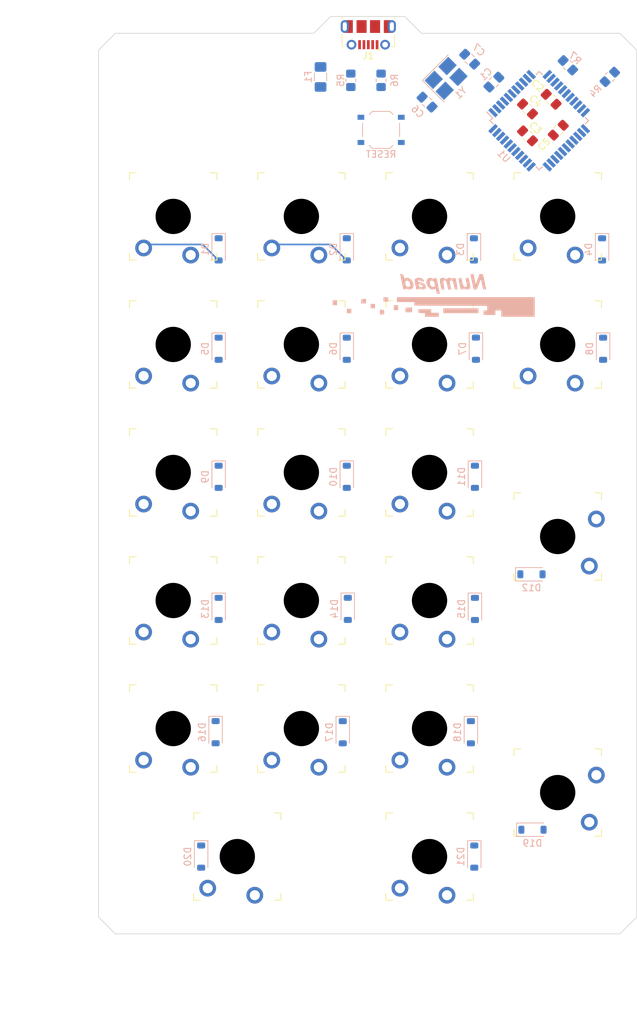
<source format=kicad_pcb>
(kicad_pcb (version 20221018) (generator pcbnew)
  (layers (0 "F.Cu" signal) (31 "B.Cu" signal) (34 "B.Paste" user) (35 "F.Paste" user) (36 "B.SilkS" user "B.Silkscreen") (37 "F.SilkS" user "F.Silkscreen") (38 "B.Mask" user) (39 "F.Mask" user) (44 "Edge.Cuts" user))
  (net 0 "")
  (net 1 "Net-(D3-A)")
  (net 2 "col2")
  (net 3 "Net-(D4-A)")
  (net 4 "row0")
  (net 5 "Net-(D2-A)")
  (net 6 "col1")
  (net 7 "Net-(D1-A)")
  (net 8 "col0")
  (net 9 "Net-(D17-A)")
  (net 10 "row4")
  (net 11 "Net-(D5-A)")
  (net 12 "Net-(D6-A)")
  (net 13 "Net-(D7-A)")
  (net 14 "row1")
  (net 15 "Net-(D8-A)")
  (net 16 "Net-(D9-A)")
  (net 17 "Net-(D10-A)")
  (net 18 "row2")
  (net 19 "Net-(D11-A)")
  (net 20 "Net-(D12-A)")
  (net 21 "Net-(D13-A)")
  (net 22 "row3")
  (net 23 "Net-(D14-A)")
  (net 24 "Net-(D15-A)")
  (net 25 "Net-(D16-A)")
  (net 26 "Net-(D18-A)")
  (net 27 "Net-(D19-A)")
  (net 28 "row5")
  (net 29 "Net-(D20-A)")
  (net 30 "Net-(D21-A)")
  (net 31 "Net-(U1-~{RESET})")
  (net 32 "VCC")
  (net 33 "D-")
  (net 34 "Net-(U1-D-)")
  (net 35 "D+")
  (net 36 "Net-(U1-D+)")
  (net 37 "Net-(U1-~{HWB}{slash}PE2)")
  (net 38 "GND")
  (net 40 "Net-(U1-UCAP)")
  (net 46 "Net-(U1-XTAL2)")
  (net 47 "Net-(U1-XTAL1)")
  (net 48 "row6")
  (net 59 "Net-(J1-VBUS)")
  (footprint "key-switches:SW_Gateron_LowProfile_THT" (layer "F.Cu") (at 57.15 95.25)
    (fp_text reference "SW6" hide)
    (fp_text value "SW_Push" hide)
    (pad "" np_thru_hole circle (at 0 0 180) (size 5.25 5.25) (drill 5.25) (layers "*.Mask"))
    (pad "1" thru_hole circle (at -4.4 4.7 180) (size 2.5 2.5) (drill 1.5) (layers "*.Cu" "B.Mask") (net 12 "Net-(D6-A)"))
    (pad "2" thru_hole circle (at 2.6 5.75 180) (size 2.5 2.5) (drill 1.5) (layers "*.Cu" "B.Mask") (net 4 "row0"))
  )
  (footprint "key-switches:SW_Gateron_LowProfile_THT" (layer "F.Cu") (at 76.2 76.2)
    (fp_text reference "SW3" hide)
    (fp_text value "SW_Push" hide)
    (pad "" np_thru_hole circle (at 0 0 180) (size 5.25 5.25) (drill 5.25) (layers "*.Mask"))
    (pad "1" thru_hole circle (at -4.4 4.7 180) (size 2.5 2.5) (drill 1.5) (layers "*.Cu" "B.Mask") (net 1 "Net-(D3-A)"))
    (pad "2" thru_hole circle (at 2.6 5.75 180) (size 2.5 2.5) (drill 1.5) (layers "*.Cu" "B.Mask") (net 2 "col2"))
  )
  (footprint "key-switches:SW_Gateron_LowProfile_THT" (layer "F.Cu") (at 38.1 114.3)
    (fp_text reference "SW9" hide)
    (fp_text value "SW_Push" hide)
    (pad "" np_thru_hole circle (at 0 0 180) (size 5.25 5.25) (drill 5.25) (layers "*.Mask"))
    (pad "1" thru_hole circle (at -4.4 4.7 180) (size 2.5 2.5) (drill 1.5) (layers "*.Cu" "B.Mask") (net 16 "Net-(D9-A)"))
    (pad "2" thru_hole circle (at 2.6 5.75 180) (size 2.5 2.5) (drill 1.5) (layers "*.Cu" "B.Mask") (net 14 "row1"))
  )
  (footprint "key-switches:SW_Gateron_LowProfile_THT" (layer "F.Cu") (at 57.15 114.3)
    (fp_text reference "SW10" hide)
    (fp_text value "SW_Push" hide)
    (pad "" np_thru_hole circle (at 0 0 180) (size 5.25 5.25) (drill 5.25) (layers "*.Mask"))
    (pad "1" thru_hole circle (at -4.4 4.7 180) (size 2.5 2.5) (drill 1.5) (layers "*.Cu" "B.Mask") (net 17 "Net-(D10-A)"))
    (pad "2" thru_hole circle (at 2.6 5.75 180) (size 2.5 2.5) (drill 1.5) (layers "*.Cu" "B.Mask") (net 18 "row2"))
  )
  (footprint "key-switches:SW_Gateron_LowProfile_THT" (layer "F.Cu") (at 38.1 76.2)
    (fp_text reference "SW1" hide)
    (fp_text value "SW_Push" hide)
    (pad "" np_thru_hole circle (at 0 0 180) (size 5.25 5.25) (drill 5.25) (layers "*.Mask"))
    (pad "1" thru_hole circle (at -4.4 4.7 180) (size 2.5 2.5) (drill 1.5) (layers "*.Cu" "B.Mask") (net 7 "Net-(D1-A)"))
    (pad "2" thru_hole circle (at 2.6 5.75 180) (size 2.5 2.5) (drill 1.5) (layers "*.Cu" "B.Mask") (net 8 "col0"))
  )
  (footprint "key-switches:SW_Gateron_LowProfile_THT" (layer "F.Cu") (at 76.2 171.45)
    (fp_text reference "SW21" hide)
    (fp_text value "SW_Push" hide)
    (pad "" np_thru_hole circle (at 0 0 180) (size 5.25 5.25) (drill 5.25) (layers "*.Mask"))
    (pad "1" thru_hole circle (at -4.4 4.7 180) (size 2.5 2.5) (drill 1.5) (layers "*.Cu" "B.Mask") (net 30 "Net-(D21-A)"))
    (pad "2" thru_hole circle (at 2.6 5.75 180) (size 2.5 2.5) (drill 1.5) (layers "*.Cu" "B.Mask") (net 28 "row5"))
  )
  (footprint "key-switches:SW_Gateron_LowProfile_THT" (layer "F.Cu") (at 76.2 95.25)
    (fp_text reference "SW7" hide)
    (fp_text value "SW_Push" hide)
    (pad "" np_thru_hole circle (at 0 0 180) (size 5.25 5.25) (drill 5.25) (layers "*.Mask"))
    (pad "1" thru_hole circle (at -4.4 4.7 180) (size 2.5 2.5) (drill 1.5) (layers "*.Cu" "B.Mask") (net 13 "Net-(D7-A)"))
    (pad "2" thru_hole circle (at 2.6 5.75 180) (size 2.5 2.5) (drill 1.5) (layers "*.Cu" "B.Mask") (net 14 "row1"))
  )
  (footprint "key-switches:SW_Gateron_LowProfile_THT" (layer "F.Cu") (at 76.2 152.4)
    (fp_text reference "SW18" hide)
    (fp_text value "SW_Push" hide)
    (pad "" np_thru_hole circle (at 0 0 180) (size 5.25 5.25) (drill 5.25) (layers "*.Mask"))
    (pad "1" thru_hole circle (at -4.4 4.7 180) (size 2.5 2.5) (drill 1.5) (layers "*.Cu" "B.Mask") (net 26 "Net-(D18-A)"))
    (pad "2" thru_hole circle (at 2.6 5.75 180) (size 2.5 2.5) (drill 1.5) (layers "*.Cu" "B.Mask") (net 10 "row4"))
  )
  (footprint "key-switches:SW_Gateron_LowProfile_THT" (layer "F.Cu") (at 95.25 95.25)
    (fp_text reference "SW8" hide)
    (fp_text value "SW_Push" hide)
    (pad "" np_thru_hole circle (at 0 0 180) (size 5.25 5.25) (drill 5.25) (layers "*.Mask"))
    (pad "1" thru_hole circle (at -4.4 4.7 180) (size 2.5 2.5) (drill 1.5) (layers "*.Cu" "B.Mask") (net 15 "Net-(D8-A)"))
    (pad "2" thru_hole circle (at 2.6 5.75 180) (size 2.5 2.5) (drill 1.5) (layers "*.Cu" "B.Mask") (net 14 "row1"))
  )
  (footprint "Capacitor_SMD:C_0805_2012Metric_Pad1.18x1.45mm_HandSolder" (layer "F.Cu") (at 90.766377 64.216377 -45)
    (fp_text reference "C3" (at 0 -1.68 135) (layer "F.SilkS"))
    (fp_text value "0.1uF")
    (pad "1" smd roundrect (at -1.0375 0 315) (size 1.175 1.45) (layers "F.Cu" "F.Paste" "F.Mask") (roundrect_rratio 0.212766) (net 32 "VCC"))
    (pad "2" smd roundrect (at 1.0375 0 315) (size 1.175 1.45) (layers "F.Cu" "F.Paste" "F.Mask") (roundrect_rratio 0.212766) (net 38 "GND"))
  )
  (footprint "key-switches:SW_Gateron_LowProfile_THT" (layer "F.Cu") (at 38.1 95.25)
    (fp_text reference "SW5" hide)
    (fp_text value "SW_Push" hide)
    (pad "" np_thru_hole circle (at 0 0 180) (size 5.25 5.25) (drill 5.25) (layers "*.Mask"))
    (pad "1" thru_hole circle (at -4.4 4.7 180) (size 2.5 2.5) (drill 1.5) (layers "*.Cu" "B.Mask") (net 11 "Net-(D5-A)"))
    (pad "2" thru_hole circle (at 2.6 5.75 180) (size 2.5 2.5) (drill 1.5) (layers "*.Cu" "B.Mask") (net 4 "row0"))
  )
  (footprint "key-switches:SW_Gateron_LowProfile_THT" (layer "F.Cu") (at 95.25 76.2)
    (fp_text reference "SW4" hide)
    (fp_text value "SW_Push" hide)
    (pad "" np_thru_hole circle (at 0 0 180) (size 5.25 5.25) (drill 5.25) (layers "*.Mask"))
    (pad "1" thru_hole circle (at -4.4 4.7 180) (size 2.5 2.5) (drill 1.5) (layers "*.Cu" "B.Mask") (net 3 "Net-(D4-A)"))
    (pad "2" thru_hole circle (at 2.6 5.75 180) (size 2.5 2.5) (drill 1.5) (layers "*.Cu" "B.Mask") (net 4 "row0"))
  )
  (footprint "key-switches:SW_Gateron_LowProfile_THT" (layer "F.Cu") (at 95.25 161.925 90)
    (fp_text reference "SW19" hide)
    (fp_text value "SW_Push" hide)
    (pad "" np_thru_hole circle (at 0 0 270) (size 5.25 5.25) (drill 5.25) (layers "*.Mask"))
    (pad "1" thru_hole circle (at -4.4 4.7 270) (size 2.5 2.5) (drill 1.5) (layers "*.Cu" "B.Mask") (net 27 "Net-(D19-A)"))
    (pad "2" thru_hole circle (at 2.6 5.75 270) (size 2.5 2.5) (drill 1.5) (layers "*.Cu" "B.Mask") (net 28 "row5"))
  )
  (footprint "key-switches:SW_Gateron_LowProfile_THT" (layer "F.Cu") (at 38.1 152.4)
    (fp_text reference "SW16" hide)
    (fp_text value "SW_Push" hide)
    (pad "" np_thru_hole circle (at 0 0 180) (size 5.25 5.25) (drill 5.25) (layers "*.Mask"))
    (pad "1" thru_hole circle (at -4.4 4.7 180) (size 2.5 2.5) (drill 1.5) (layers "*.Cu" "B.Mask") (net 25 "Net-(D16-A)"))
    (pad "2" thru_hole circle (at 2.6 5.75 180) (size 2.5 2.5) (drill 1.5) (layers "*.Cu" "B.Mask") (net 10 "row4"))
  )
  (footprint "Capacitor_SMD:C_0805_2012Metric_Pad1.18x1.45mm_HandSolder" (layer "F.Cu") (at 94.275394 58.775647 -45)
    (fp_text reference "C2" (at -2.876713 -0.035534 135) (layer "F.SilkS"))
    (fp_text value "0.1uF")
    (pad "1" smd roundrect (at -1.0375 0 315) (size 1.175 1.45) (layers "F.Cu" "F.Paste" "F.Mask") (roundrect_rratio 0.212766) (net 32 "VCC"))
    (pad "2" smd roundrect (at 1.0375 0 315) (size 1.175 1.45) (layers "F.Cu" "F.Paste" "F.Mask") (roundrect_rratio 0.212766) (net 38 "GND"))
  )
  (footprint "key-switches:SW_Gateron_LowProfile_THT" (layer "F.Cu") (at 38.1 133.35)
    (fp_text reference "SW13" hide)
    (fp_text value "SW_Push" hide)
    (pad "" np_thru_hole circle (at 0 0 180) (size 5.25 5.25) (drill 5.25) (layers "*.Mask"))
    (pad "1" thru_hole circle (at -4.4 4.7 180) (size 2.5 2.5) (drill 1.5) (layers "*.Cu" "B.Mask") (net 21 "Net-(D13-A)"))
    (pad "2" thru_hole circle (at 2.6 5.75 180) (size 2.5 2.5) (drill 1.5) (layers "*.Cu" "B.Mask") (net 22 "row3"))
  )
  (footprint "key-switches:SW_Gateron_LowProfile_THT" (layer "F.Cu") (at 57.15 152.4)
    (fp_text reference "SW17" hide)
    (fp_text value "SW_Push" hide)
    (pad "" np_thru_hole circle (at 0 0 180) (size 5.25 5.25) (drill 5.25) (layers "*.Mask"))
    (pad "1" thru_hole circle (at -4.4 4.7 180) (size 2.5 2.5) (drill 1.5) (layers "*.Cu" "B.Mask") (net 9 "Net-(D17-A)"))
    (pad "2" thru_hole circle (at 2.6 5.75 180) (size 2.5 2.5) (drill 1.5) (layers "*.Cu" "B.Mask") (net 10 "row4"))
  )
  (footprint "key-switches:SW_Gateron_LowProfile_THT" (layer "F.Cu") (at 76.2 133.35)
    (fp_text reference "SW15" hide)
    (fp_text value "SW_Push" hide)
    (pad "" np_thru_hole circle (at 0 0 180) (size 5.25 5.25) (drill 5.25) (layers "*.Mask"))
    (pad "1" thru_hole circle (at -4.4 4.7 180) (size 2.5 2.5) (drill 1.5) (layers "*.Cu" "B.Mask") (net 24 "Net-(D15-A)"))
    (pad "2" thru_hole circle (at 2.6 5.75 180) (size 2.5 2.5) (drill 1.5) (layers "*.Cu" "B.Mask") (net 22 "row3"))
  )
  (footprint "key-switches:SW_Gateron_LowProfile_THT" (layer "F.Cu") (at 47.625 171.45)
    (fp_text reference "SW20" hide)
    (fp_text value "SW_Push" hide)
    (pad "" np_thru_hole circle (at 0 0 180) (size 5.25 5.25) (drill 5.25) (layers "*.Mask"))
    (pad "1" thru_hole circle (at -4.4 4.7 180) (size 2.5 2.5) (drill 1.5) (layers "*.Cu" "B.Mask") (net 29 "Net-(D20-A)"))
    (pad "2" thru_hole circle (at 2.6 5.75 180) (size 2.5 2.5) (drill 1.5) (layers "*.Cu" "B.Mask") (net 28 "row5"))
  )
  (footprint "key-switches:SW_Gateron_LowProfile_THT" (layer "F.Cu") (at 76.2 114.3)
    (fp_text reference "SW11" hide)
    (fp_text value "SW_Push" hide)
    (pad "" np_thru_hole circle (at 0 0 180) (size 5.25 5.25) (drill 5.25) (layers "*.Mask"))
    (pad "1" thru_hole circle (at -4.4 4.7 180) (size 2.5 2.5) (drill 1.5) (layers "*.Cu" "B.Mask") (net 19 "Net-(D11-A)"))
    (pad "2" thru_hole circle (at 2.6 5.75 180) (size 2.5 2.5) (drill 1.5) (layers "*.Cu" "B.Mask") (net 18 "row2"))
  )
  (footprint "key-switches:SW_Gateron_LowProfile_THT" (layer "F.Cu") (at 57.15 76.2)
    (fp_text reference "SW2" hide)
    (fp_text value "SW_Push" hide)
    (pad "" np_thru_hole circle (at 0 0 180) (size 5.25 5.25) (drill 5.25) (layers "*.Mask"))
    (pad "1" thru_hole circle (at -4.4 4.7 180) (size 2.5 2.5) (drill 1.5) (layers "*.Cu" "B.Mask") (net 5 "Net-(D2-A)"))
    (pad "2" thru_hole circle (at 2.6 5.75 180) (size 2.5 2.5) (drill 1.5) (layers "*.Cu" "B.Mask") (net 6 "col1"))
  )
  (footprint "Capacitor_SMD:C_0805_2012Metric_Pad1.18x1.45mm_HandSolder" (layer "F.Cu") (at 95.336055 63.371842 -135)
    (fp_text reference "C5" (at 3 0 45) (layer "F.SilkS"))
    (fp_text value "10uF")
    (pad "1" smd roundrect (at -1.0375 0 225) (size 1.175 1.45) (layers "F.Cu" "F.Paste" "F.Mask") (roundrect_rratio 0.212766) (net 32 "VCC"))
    (pad "2" smd roundrect (at 1.0375 0 225) (size 1.175 1.45) (layers "F.Cu" "F.Paste" "F.Mask") (roundrect_rratio 0.212766) (net 38 "GND"))
  )
  (footprint "Capacitor_SMD:C_0805_2012Metric_Pad1.18x1.45mm_HandSolder" (layer "F.Cu") (at 90.766377 60.216377 -45)
    (fp_text reference "C4" (at 0 -1.68 135) (layer "F.SilkS"))
    (fp_text value "0.1uF")
    (pad "1" smd roundrect (at -1.0375 0 315) (size 1.175 1.45) (layers "F.Cu" "F.Paste" "F.Mask") (roundrect_rratio 0.212766) (net 32 "VCC"))
    (pad "2" smd roundrect (at 1.0375 0 315) (size 1.175 1.45) (layers "F.Cu" "F.Paste" "F.Mask") (roundrect_rratio 0.212766) (net 38 "GND"))
  )
  (footprint "key-switches:SW_Gateron_LowProfile_THT" (layer "F.Cu") (at 95.25 123.825 90)
    (fp_text reference "SW12" hide)
    (fp_text value "SW_Push" hide)
    (pad "" np_thru_hole circle (at 0 0 270) (size 5.25 5.25) (drill 5.25) (layers "*.Mask"))
    (pad "1" thru_hole circle (at -4.4 4.7 270) (size 2.5 2.5) (drill 1.5) (layers "*.Cu" "B.Mask") (net 20 "Net-(D12-A)"))
    (pad "2" thru_hole circle (at 2.6 5.75 270) (size 2.5 2.5) (drill 1.5) (layers "*.Cu" "B.Mask") (net 18 "row2"))
  )
  (footprint "Connector_USB:USB_Micro-B_Molex-105017-0001" (layer "F.Cu") (at 67.1 49.1875 180)
    (fp_text reference "J1" (at 0 -3.1125) (layer "F.SilkS"))
    (fp_text value "USB_B_Micro")
    (pad "1" smd rect (at -1.3 -1.4625 180) (size 0.4 1.35) (layers "F.Cu" "F.Paste" "F.Mask") (net 59 "Net-(J1-VBUS)"))
    (pad "2" smd rect (at -0.65 -1.4625 180) (size 0.4 1.35) (layers "F.Cu" "F.Paste" "F.Mask") (net 33 "D-"))
    (pad "3" smd rect (at 0 -1.4625 180) (size 0.4 1.35) (layers "F.Cu" "F.Paste" "F.Mask") (net 35 "D+"))
    (pad "4" smd rect (at 0.65 -1.4625 180) (size 0.4 1.35) (layers "F.Cu" "F.Paste" "F.Mask"))
    (pad "5" smd rect (at 1.3 -1.4625 180) (size 0.4 1.35) (layers "F.Cu" "F.Paste" "F.Mask") (net 38 "GND"))
    (pad "6" thru_hole oval (at -3.5 1.2375) (size 1.2 1.9) (drill oval 0.6 1.3) (layers "*.Cu" "*.Mask") (net 38 "GND"))
    (pad "6" smd rect (at -2.9 1.2375 180) (size 1.2 1.9) (layers "F.Cu" "F.Mask") (net 38 "GND"))
    (pad "6" thru_hole circle (at -2.5 -1.4625 180) (size 1.45 1.45) (drill 0.85) (layers "*.Cu" "*.Mask") (net 38 "GND"))
    (pad "6" smd rect (at -1 1.2375 180) (size 1.5 1.9) (layers "F.Cu" "F.Paste" "F.Mask") (net 38 "GND"))
    (pad "6" smd rect (at 1 1.2375 180) (size 1.5 1.9) (layers "F.Cu" "F.Paste" "F.Mask") (net 38 "GND"))
    (pad "6" thru_hole circle (at 2.5 -1.4625 180) (size 1.45 1.45) (drill 0.85) (layers "*.Cu" "*.Mask") (net 38 "GND"))
    (pad "6" smd rect (at 2.9 1.2375 180) (size 1.2 1.9) (layers "F.Cu" "F.Mask") (net 38 "GND"))
    (pad "6" thru_hole oval (at 3.5 1.2375 180) (size 1.2 1.9) (drill oval 0.6 1.3) (layers "*.Cu" "*.Mask") (net 38 "GND"))
  )
  (footprint "key-switches:SW_Gateron_LowProfile_THT" (layer "F.Cu") (at 57.15 133.35)
    (fp_text reference "SW14" hide)
    (fp_text value "SW_Push" hide)
    (pad "" np_thru_hole circle (at 0 0 180) (size 5.25 5.25) (drill 5.25) (layers "*.Mask"))
    (pad "1" thru_hole circle (at -4.4 4.7 180) (size 2.5 2.5) (drill 1.5) (layers "*.Cu" "B.Mask") (net 23 "Net-(D14-A)"))
    (pad "2" thru_hole circle (at 2.6 5.75 180) (size 2.5 2.5) (drill 1.5) (layers "*.Cu" "B.Mask") (net 22 "row3"))
  )
  (footprint "Diode_SMD:D_SOD-123" (layer "B.Cu") (at 82.85 171.45 -90)
    (fp_text reference "D21" (at 0 2 90) (layer "B.SilkS") (effects (justify mirror)))
    (fp_text value "1N4148")
    (pad "1" smd roundrect (at -1.65 0 270) (size 0.9 1.2) (layers "B.Cu" "B.Paste" "B.Mask") (net 48 "row6"))
    (pad "2" smd roundrect (at 1.65 0 270) (size 0.9 1.2) (layers "B.Cu" "B.Paste" "B.Mask") (net 30 "Net-(D21-A)"))
  )
  (footprint "Diode_SMD:D_SOD-123" (layer "B.Cu") (at 42.25 171.45 -90)
    (fp_text reference "D20" (at 0 2 90) (layer "B.SilkS") (effects (justify mirror)))
    (fp_text value "1N4148")
    (pad "1" smd roundrect (at -1.65 0 270) (size 0.9 1.2) (layers "B.Cu" "B.Paste" "B.Mask") (net 48 "row6"))
    (pad "2" smd roundrect (at 1.65 0 270) (size 0.9 1.2) (layers "B.Cu" "B.Paste" "B.Mask") (net 29 "Net-(D20-A)"))
  )
  (footprint "Package_QFP:TQFP-44_10x10mm_P0.8mm" (layer "B.Cu") (at 92.507627 61.957627 -45)
    (fp_text reference "U1" (at 0 7.450001 135) (layer "B.SilkS") (effects (justify mirror)))
    (fp_text value "ATmega32U4-A")
    (pad "1" smd rect (at -5.7 4 315) (size 1.5 0.55) (layers "B.Cu" "B.Paste" "B.Mask"))
    (pad "2" smd rect (at -5.7 3.2 315) (size 1.5 0.55) (layers "B.Cu" "B.Paste" "B.Mask") (net 32 "VCC"))
    (pad "3" smd rect (at -5.7 2.4 315) (size 1.5 0.55) (layers "B.Cu" "B.Paste" "B.Mask") (net 34 "Net-(U1-D-)"))
    (pad "4" smd rect (at -5.7 1.6 315) (size 1.5 0.55) (layers "B.Cu" "B.Paste" "B.Mask") (net 36 "Net-(U1-D+)"))
    (pad "5" smd rect (at -5.7 0.8 315) (size 1.5 0.55) (layers "B.Cu" "B.Paste" "B.Mask") (net 38 "GND"))
    (pad "6" smd rect (at -5.7 0 315) (size 1.5 0.55) (layers "B.Cu" "B.Paste" "B.Mask") (net 40 "Net-(U1-UCAP)"))
    (pad "7" smd rect (at -5.7 -0.8 315) (size 1.5 0.55) (layers "B.Cu" "B.Paste" "B.Mask") (net 32 "VCC"))
    (pad "8" smd rect (at -5.7 -1.6 315) (size 1.5 0.55) (layers "B.Cu" "B.Paste" "B.Mask"))
    (pad "9" smd rect (at -5.7 -2.4 315) (size 1.5 0.55) (layers "B.Cu" "B.Paste" "B.Mask"))
    (pad "10" smd rect (at -5.7 -3.2 315) (size 1.5 0.55) (layers "B.Cu" "B.Paste" "B.Mask"))
    (pad "11" smd rect (at -5.7 -4 315) (size 1.5 0.55) (layers "B.Cu" "B.Paste" "B.Mask"))
    (pad "12" smd rect (at -4 -5.7 225) (size 1.5 0.55) (layers "B.Cu" "B.Paste" "B.Mask"))
    (pad "13" smd rect (at -3.2 -5.7 225) (size 1.5 0.55) (layers "B.Cu" "B.Paste" "B.Mask") (net 31 "Net-(U1-~{RESET})"))
    (pad "14" smd rect (at -2.4 -5.7 225) (size 1.5 0.55) (layers "B.Cu" "B.Paste" "B.Mask") (net 32 "VCC"))
    (pad "15" smd rect (at -1.6 -5.7 225) (size 1.5 0.55) (layers "B.Cu" "B.Paste" "B.Mask") (net 38 "GND"))
    (pad "16" smd rect (at -0.8 -5.7 225) (size 1.5 0.55) (layers "B.Cu" "B.Paste" "B.Mask") (net 46 "Net-(U1-XTAL2)"))
    (pad "17" smd rect (at 0 -5.7 225) (size 1.5 0.55) (layers "B.Cu" "B.Paste" "B.Mask") (net 47 "Net-(U1-XTAL1)"))
    (pad "18" smd rect (at 0.8 -5.7 225) (size 1.5 0.55) (layers "B.Cu" "B.Paste" "B.Mask") (net 4 "row0"))
    (pad "19" smd rect (at 1.6 -5.7 225) (size 1.5 0.55) (layers "B.Cu" "B.Paste" "B.Mask") (net 14 "row1"))
    (pad "20" smd rect (at 2.4 -5.7 225) (size 1.5 0.55) (layers "B.Cu" "B.Paste" "B.Mask") (net 18 "row2"))
    (pad "21" smd rect (at 3.2 -5.7 225) (size 1.5 0.55) (layers "B.Cu" "B.Paste" "B.Mask") (net 22 "row3"))
    (pad "22" smd rect (at 4 -5.7 225) (size 1.5 0.55) (layers "B.Cu" "B.Paste" "B.Mask") (net 28 "row5"))
    (pad "23" smd rect (at 5.7 -4 315) (size 1.5 0.55) (layers "B.Cu" "B.Paste" "B.Mask") (net 38 "GND"))
    (pad "24" smd rect (at 5.7 -3.2 315) (size 1.5 0.55) (layers "B.Cu" "B.Paste" "B.Mask") (net 32 "VCC"))
    (pad "25" smd rect (at 5.7 -2.4 315) (size 1.5 0.55) (layers "B.Cu" "B.Paste" "B.Mask") (net 10 "row4"))
    (pad "26" smd rect (at 5.7 -1.6 315) (size 1.5 0.55) (layers "B.Cu" "B.Paste" "B.Mask") (net 48 "row6"))
    (pad "27" smd rect (at 5.7 -0.8 315) (size 1.5 0.55) (layers "B.Cu" "B.Paste" "B.Mask"))
    (pad "28" smd rect (at 5.7 0 315) (size 1.5 0.55) (layers "B.Cu" "B.Paste" "B.Mask"))
    (pad "29" smd rect (at 5.7 0.8 315) (size 1.5 0.55) (layers "B.Cu" "B.Paste" "B.Mask"))
    (pad "30" smd rect (at 5.7 1.6 315) (size 1.5 0.55) (layers "B.Cu" "B.Paste" "B.Mask"))
    (pad "31" smd rect (at 5.7 2.4 315) (size 1.5 0.55) (layers "B.Cu" "B.Paste" "B.Mask"))
    (pad "32" smd rect (at 5.7 3.2 315) (size 1.5 0.55) (layers "B.Cu" "B.Paste" "B.Mask"))
    (pad "33" smd rect (at 5.7 4 315) (size 1.5 0.55) (layers "B.Cu" "B.Paste" "B.Mask") (net 37 "Net-(U1-~{HWB}{slash}PE2)"))
    (pad "34" smd rect (at 4 5.7 225) (size 1.5 0.55) (layers "B.Cu" "B.Paste" "B.Mask") (net 32 "VCC"))
    (pad "35" smd rect (at 3.2 5.7 225) (size 1.5 0.55) (layers "B.Cu" "B.Paste" "B.Mask") (net 38 "GND"))
    (pad "36" smd rect (at 2.4 5.7 225) (size 1.5 0.55) (layers "B.Cu" "B.Paste" "B.Mask"))
    (pad "37" smd rect (at 1.6 5.7 225) (size 1.5 0.55) (layers "B.Cu" "B.Paste" "B.Mask"))
    (pad "38" smd rect (at 0.8 5.7 225) (size 1.5 0.55) (layers "B.Cu" "B.Paste" "B.Mask"))
    (pad "39" smd rect (at 0 5.7 225) (size 1.5 0.55) (layers "B.Cu" "B.Paste" "B.Mask") (net 2 "col2"))
    (pad "40" smd rect (at -0.8 5.7 225) (size 1.5 0.55) (layers "B.Cu" "B.Paste" "B.Mask") (net 6 "col1"))
    (pad "41" smd rect (at -1.6 5.7 225) (size 1.5 0.55) (layers "B.Cu" "B.Paste" "B.Mask") (net 8 "col0"))
    (pad "42" smd rect (at -2.4 5.7 225) (size 1.5 0.55) (layers "B.Cu" "B.Paste" "B.Mask"))
    (pad "43" smd rect (at -3.2 5.7 225) (size 1.5 0.55) (layers "B.Cu" "B.Paste" "B.Mask") (net 38 "GND"))
    (pad "44" smd rect (at -4 5.7 225) (size 1.5 0.55) (layers "B.Cu" "B.Paste" "B.Mask") (net 32 "VCC"))
  )
  (footprint "Diode_SMD:D_SOD-123" (layer "B.Cu") (at 44.85 95.89 -90)
    (fp_text reference "D5" (at 0 2 90) (layer "B.SilkS") (effects (justify mirror)))
    (fp_text value "1N4148")
    (pad "1" smd roundrect (at -1.65 0 270) (size 0.9 1.2) (layers "B.Cu" "B.Paste" "B.Mask") (net 14 "row1"))
    (pad "2" smd roundrect (at 1.65 0 270) (size 0.9 1.2) (layers "B.Cu" "B.Paste" "B.Mask") (net 11 "Net-(D5-A)"))
  )
  (footprint "Diode_SMD:D_SOD-123" (layer "B.Cu") (at 64.05 134.59 -90)
    (fp_text reference "D14" (at 0 2 90) (layer "B.SilkS") (effects (justify mirror)))
    (fp_text value "1N4148")
    (pad "1" smd roundrect (at -1.65 0 270) (size 0.9 1.2) (layers "B.Cu" "B.Paste" "B.Mask") (net 10 "row4"))
    (pad "2" smd roundrect (at 1.65 0 270) (size 0.9 1.2) (layers "B.Cu" "B.Paste" "B.Mask") (net 23 "Net-(D14-A)"))
  )
  (footprint "LOGO" (layer "B.Cu") (at 76.85 87.95 180)
    (fp_text reference "G1" hide)
    (fp_text value "LOGO" hide)
  )
  (footprint "Diode_SMD:D_SOD-123" (layer "B.Cu") (at 82.95 134.6 -90)
    (fp_text reference "D15" (at 0 2 90) (layer "B.SilkS") (effects (justify mirror)))
    (fp_text value "1N4148")
    (pad "1" smd roundrect (at -1.65 0 270) (size 0.9 1.2) (layers "B.Cu" "B.Paste" "B.Mask") (net 10 "row4"))
    (pad "2" smd roundrect (at 1.65 0 270) (size 0.9 1.2) (layers "B.Cu" "B.Paste" "B.Mask") (net 24 "Net-(D15-A)"))
  )
  (footprint "Resistor_SMD:R_0805_2012Metric_Pad1.20x1.40mm_HandSolder" (layer "B.Cu") (at 96.766377 53.716377 -45)
    (fp_text reference "R7" (at 0 -1.5 135) (layer "B.SilkS") (effects (justify mirror)))
    (fp_text value "10k")
    (pad "1" smd roundrect (at -1 0 315) (size 1.2 1.4) (layers "B.Cu" "B.Paste" "B.Mask") (roundrect_rratio 0.208333) (net 31 "Net-(U1-~{RESET})"))
    (pad "2" smd roundrect (at 1 0 315) (size 1.2 1.4) (layers "B.Cu" "B.Paste" "B.Mask") (roundrect_rratio 0.208333) (net 32 "VCC"))
  )
  (footprint "Button_Switch_SMD:SW_Push_1P1T_XKB_TS-1187A" (layer "B.Cu") (at 69 63.325)
    (fp_text reference "SW22" hide)
    (fp_text value "RESET" (at 0 3.625) (layer "B.SilkS") (effects (justify mirror)))
    (pad "1" smd rect (at -3 1.875) (size 1 0.75) (layers "B.Cu" "B.Paste" "B.Mask") (net 38 "GND"))
    (pad "1" smd rect (at 3 1.875) (size 1 0.75) (layers "B.Cu" "B.Paste" "B.Mask") (net 38 "GND"))
    (pad "2" smd rect (at -3 -1.875) (size 1 0.75) (layers "B.Cu" "B.Paste" "B.Mask") (net 31 "Net-(U1-~{RESET})"))
    (pad "2" smd rect (at 3 -1.875) (size 1 0.75) (layers "B.Cu" "B.Paste" "B.Mask") (net 31 "Net-(U1-~{RESET})"))
  )
  (footprint "Diode_SMD:D_SOD-123" (layer "B.Cu") (at 63.9 114.94 -90)
    (fp_text reference "D10" (at 0 2 90) (layer "B.SilkS") (effects (justify mirror)))
    (fp_text value "1N4148")
    (pad "1" smd roundrect (at -1.65 0 270) (size 0.9 1.2) (layers "B.Cu" "B.Paste" "B.Mask") (net 22 "row3"))
    (pad "2" smd roundrect (at 1.65 0 270) (size 0.9 1.2) (layers "B.Cu" "B.Paste" "B.Mask") (net 17 "Net-(D10-A)"))
  )
  (footprint "Diode_SMD:D_SOD-123" (layer "B.Cu") (at 63.9 95.89 -90)
    (fp_text reference "D6" (at 0 2 90) (layer "B.SilkS") (effects (justify mirror)))
    (fp_text value "1N4148")
    (pad "1" smd roundrect (at -1.65 0 270) (size 0.9 1.2) (layers "B.Cu" "B.Paste" "B.Mask") (net 14 "row1"))
    (pad "2" smd roundrect (at 1.65 0 270) (size 0.9 1.2) (layers "B.Cu" "B.Paste" "B.Mask") (net 12 "Net-(D6-A)"))
  )
  (footprint "Capacitor_SMD:C_0805_2012Metric_Pad1.18x1.45mm_HandSolder" (layer "B.Cu") (at 85.766377 56.216377 -135)
    (fp_text reference "C1" (at 0 1.68 45) (layer "B.SilkS") (effects (justify mirror)))
    (fp_text value "1uF")
    (pad "1" smd roundrect (at -1.0375 0 225) (size 1.175 1.45) (layers "B.Cu" "B.Paste" "B.Mask") (roundrect_rratio 0.212766) (net 40 "Net-(U1-UCAP)"))
    (pad "2" smd roundrect (at 1.0375 0 225) (size 1.175 1.45) (layers "B.Cu" "B.Paste" "B.Mask") (roundrect_rratio 0.212766) (net 38 "GND"))
  )
  (footprint "Diode_SMD:D_SOD-123" (layer "B.Cu") (at 101.85 81.11 -90)
    (fp_text reference "D4" (at 0 2 90) (layer "B.SilkS") (effects (justify mirror)))
    (fp_text value "1N4148")
    (pad "1" smd roundrect (at -1.65 0 270) (size 0.9 1.2) (layers "B.Cu" "B.Paste" "B.Mask") (net 14 "row1"))
    (pad "2" smd roundrect (at 1.65 0 270) (size 0.9 1.2) (layers "B.Cu" "B.Paste" "B.Mask") (net 3 "Net-(D4-A)"))
  )
  (footprint "Fuse:Fuse_1206_3216Metric_Pad1.42x1.75mm_HandSolder" (layer "B.Cu") (at 60 55.45 -90)
    (fp_text reference "F1" (at 0 1.82 90) (layer "B.SilkS") (effects (justify mirror)))
    (fp_text value "500mA")
    (pad "1" smd roundrect (at -1.4875 0 270) (size 1.425 1.75) (layers "B.Cu" "B.Paste" "B.Mask") (roundrect_rratio 0.175439) (net 59 "Net-(J1-VBUS)"))
    (pad "2" smd roundrect (at 1.4875 0 270) (size 1.425 1.75) (layers "B.Cu" "B.Paste" "B.Mask") (roundrect_rratio 0.175439) (net 32 "VCC"))
  )
  (footprint "Diode_SMD:D_SOD-123" (layer "B.Cu") (at 82.95 114.94 -90)
    (fp_text reference "D11" (at 0 2 90) (layer "B.SilkS") (effects (justify mirror)))
    (fp_text value "1N4148")
    (pad "1" smd roundrect (at -1.65 0 270) (size 0.9 1.2) (layers "B.Cu" "B.Paste" "B.Mask") (net 22 "row3"))
    (pad "2" smd roundrect (at 1.65 0 270) (size 0.9 1.2) (layers "B.Cu" "B.Paste" "B.Mask") (net 19 "Net-(D11-A)"))
  )
  (footprint "Diode_SMD:D_SOD-123" (layer "B.Cu") (at 91.5 167.45)
    (fp_text reference "D19" (at 0 2) (layer "B.SilkS") (effects (justify mirror)))
    (fp_text value "1N4148")
    (pad "1" smd roundrect (at -1.65 0) (size 0.9 1.2) (layers "B.Cu" "B.Paste" "B.Mask") (net 48 "row6"))
    (pad "2" smd roundrect (at 1.65 0) (size 0.9 1.2) (layers "B.Cu" "B.Paste" "B.Mask") (net 27 "Net-(D19-A)"))
  )
  (footprint "Capacitor_SMD:C_0805_2012Metric_Pad1.18x1.45mm_HandSolder" (layer "B.Cu") (at 82.17054 52.807188 -45)
    (fp_text reference "C7" (at -0.019607 -1.899747 135) (layer "B.SilkS") (effects (justify mirror)))
    (fp_text value "22pF")
    (pad "1" smd roundrect (at -1.0375 0 315) (size 1.175 1.45) (layers "B.Cu" "B.Paste" "B.Mask") (roundrect_rratio 0.212766) (net 38 "GND"))
    (pad "2" smd roundrect (at 1.0375 0 315) (size 1.175 1.45) (layers "B.Cu" "B.Paste" "B.Mask") (roundrect_rratio 0.212766) (net 46 "Net-(U1-XTAL2)"))
  )
  (footprint "Resistor_SMD:R_0805_2012Metric_Pad1.20x1.40mm_HandSolder" (layer "B.Cu") (at 103 55.45 45)
    (fp_text reference "R4" (at -3 0 45) (layer "B.SilkS") (effects (justify mirror)))
    (fp_text value "10k")
    (pad "1" smd roundrect (at -1 0 45) (size 1.2 1.4) (layers "B.Cu" "B.Paste" "B.Mask") (roundrect_rratio 0.208333))
    (pad "2" smd roundrect (at 1 0 45) (size 1.2 1.4) (layers "B.Cu" "B.Paste" "B.Mask") (roundrect_rratio 0.208333))
  )
  (footprint "Resistor_SMD:R_0805_2012Metric_Pad1.20x1.40mm_HandSolder" (layer "B.Cu") (at 64.5 55.95 -90)
    (fp_text reference "R5" (at 0 1.5 90) (layer "B.SilkS") (effects (justify mirror)))
    (fp_text value "22")
    (pad "1" smd roundrect (at -1 0 270) (size 1.2 1.4) (layers "B.Cu" "B.Paste" "B.Mask") (roundrect_rratio 0.208333) (net 35 "D+"))
    (pad "2" smd roundrect (at 1 0 270) (size 1.2 1.4) (layers "B.Cu" "B.Paste" "B.Mask") (roundrect_rratio 0.208333) (net 36 "Net-(U1-D+)"))
  )
  (footprint "Diode_SMD:D_SOD-123" (layer "B.Cu") (at 44.85 114.94 -90)
    (fp_text reference "D9" (at 0 2 90) (layer "B.SilkS") (effects (justify mirror)))
    (fp_text value "1N4148")
    (pad "1" smd roundrect (at -1.65 0 270) (size 0.9 1.2) (layers "B.Cu" "B.Paste" "B.Mask") (net 18 "row2"))
    (pad "2" smd roundrect (at 1.65 0 270) (size 0.9 1.2) (layers "B.Cu" "B.Paste" "B.Mask") (net 16 "Net-(D9-A)"))
  )
  (footprint "Diode_SMD:D_SOD-123" (layer "B.Cu") (at 82.35 152.95 -90)
    (fp_text reference "D18" (at 0 2 90) (layer "B.SilkS") (effects (justify mirror)))
    (fp_text value "1N4148")
    (pad "1" smd roundrect (at -1.65 0 270) (size 0.9 1.2) (layers "B.Cu" "B.Paste" "B.Mask") (net 28 "row5"))
    (pad "2" smd roundrect (at 1.65 0 270) (size 0.9 1.2) (layers "B.Cu" "B.Paste" "B.Mask") (net 26 "Net-(D18-A)"))
  )
  (footprint "Resistor_SMD:R_0805_2012Metric_Pad1.20x1.40mm_HandSolder" (layer "B.Cu") (at 69 55.95 -90)
    (fp_text reference "R6" (at 0 -2 90) (layer "B.SilkS") (effects (justify mirror)))
    (fp_text value "22")
    (pad "1" smd roundrect (at -1 0 270) (size 1.2 1.4) (layers "B.Cu" "B.Paste" "B.Mask") (roundrect_rratio 0.208333) (net 33 "D-"))
    (pad "2" smd roundrect (at 1 0 270) (size 1.2 1.4) (layers "B.Cu" "B.Paste" "B.Mask") (roundrect_rratio 0.208333) (net 34 "Net-(U1-D-)"))
  )
  (footprint "Diode_SMD:D_SOD-123" (layer "B.Cu") (at 63.9 81.1 -90)
    (fp_text reference "D2" (at 0 2 90) (layer "B.SilkS") (effects (justify mirror)))
    (fp_text value "1N4148")
    (pad "1" smd roundrect (at -1.65 0 270) (size 0.9 1.2) (layers "B.Cu" "B.Paste" "B.Mask") (net 4 "row0"))
    (pad "2" smd roundrect (at 1.65 0 270) (size 0.9 1.2) (layers "B.Cu" "B.Paste" "B.Mask") (net 5 "Net-(D2-A)"))
  )
  (footprint "Diode_SMD:D_SOD-123" (layer "B.Cu") (at 91.35 129.45)
    (fp_text reference "D12" (at 0 2) (layer "B.SilkS") (effects (justify mirror)))
    (fp_text value "1N4148")
    (pad "1" smd roundrect (at -1.65 0) (size 0.9 1.2) (layers "B.Cu" "B.Paste" "B.Mask") (net 22 "row3"))
    (pad "2" smd roundrect (at 1.65 0) (size 0.9 1.2) (layers "B.Cu" "B.Paste" "B.Mask") (net 20 "Net-(D12-A)"))
  )
  (footprint "Diode_SMD:D_SOD-123" (layer "B.Cu") (at 83.1 95.88 -90)
    (fp_text reference "D7" (at 0 2 90) (layer "B.SilkS") (effects (justify mirror)))
    (fp_text value "1N4148")
    (pad "1" smd roundrect (at -1.65 0 270) (size 0.9 1.2) (layers "B.Cu" "B.Paste" "B.Mask") (net 18 "row2"))
    (pad "2" smd roundrect (at 1.65 0 270) (size 0.9 1.2) (layers "B.Cu" "B.Paste" "B.Mask") (net 13 "Net-(D7-A)"))
  )
  (footprint "Diode_SMD:D_SOD-123" (layer "B.Cu") (at 82.8 81.11 -90)
    (fp_text reference "D3" (at 0 2 90) (layer "B.SilkS") (effects (justify mirror)))
    (fp_text value "1N4148")
    (pad "1" smd roundrect (at -1.65 0 270) (size 0.9 1.2) (layers "B.Cu" "B.Paste" "B.Mask") (net 4 "row0"))
    (pad "2" smd roundrect (at 1.65 0 270) (size 0.9 1.2) (layers "B.Cu" "B.Paste" "B.Mask") (net 1 "Net-(D3-A)"))
  )
  (footprint "Crystal:Crystal_SMD_3225-4Pin_3.2x2.5mm_HandSoldering" (layer "B.Cu") (at 78.661522 55.662132 45)
    (fp_text reference "Y1" (at 0 3.05 45) (layer "B.SilkS") (effects (justify mirror)))
    (fp_text value "16MHz")
    (pad "1" smd rect (at -1.45 -1.15 45) (size 2.1 1.8) (layers "B.Cu" "B.Paste" "B.Mask") (net 47 "Net-(U1-XTAL1)"))
    (pad "2" smd rect (at 1.45 -1.15 45) (size 2.1 1.8) (layers "B.Cu" "B.Paste" "B.Mask") (net 38 "GND"))
    (pad "3" smd rect (at 1.45 1.15 45) (size 2.1 1.8) (layers "B.Cu" "B.Paste" "B.Mask") (net 46 "Net-(U1-XTAL2)"))
    (pad "4" smd rect (at -1.45 1.15 45) (size 2.1 1.8) (layers "B.Cu" "B.Paste" "B.Mask") (net 38 "GND"))
  )
  (footprint "Diode_SMD:D_SOD-123" (layer "B.Cu") (at 44.85 134.6 -90)
    (fp_text reference "D13" (at 0 2 -270) (layer "B.SilkS") (effects (justify mirror)))
    (fp_text value "1N4148")
    (pad "1" smd roundrect (at -1.65 0 270) (size 0.9 1.2) (layers "B.Cu" "B.Paste" "B.Mask") (net 10 "row4"))
    (pad "2" smd roundrect (at 1.65 0 270) (size 0.9 1.2) (layers "B.Cu" "B.Paste" "B.Mask") (net 21 "Net-(D13-A)"))
  )
  (footprint "Diode_SMD:D_SOD-123" (layer "B.Cu") (at 44.85 81.1 -90)
    (fp_text reference "D1" (at 0 2 90) (layer "B.SilkS") (effects (justify mirror)))
    (fp_text value "1N4148")
    (pad "1" smd roundrect (at -1.65 0 270) (size 0.9 1.2) (layers "B.Cu" "B.Paste" "B.Mask") (net 4 "row0"))
    (pad "2" smd roundrect (at 1.65 0 270) (size 0.9 1.2) (layers "B.Cu" "B.Paste" "B.Mask") (net 7 "Net-(D1-A)"))
  )
  (footprint "Capacitor_SMD:C_0805_2012Metric_Pad1.18x1.45mm_HandSolder" (layer "B.Cu") (at 75.833095 59.197666 135)
    (fp_text reference "C6" (at 0 -2 135) (layer "B.SilkS") (effects (justify mirror)))
    (fp_text value "22pF")
    (pad "1" smd roundrect (at -1.0375 0 135) (size 1.175 1.45) (layers "B.Cu" "B.Paste" "B.Mask") (roundrect_rratio 0.212766) (net 38 "GND"))
    (pad "2" smd roundrect (at 1.0375 0 135) (size 1.175 1.45) (layers "B.Cu" "B.Paste" "B.Mask") (roundrect_rratio 0.212766) (net 47 "Net-(U1-XTAL1)"))
  )
  (footprint "Diode_SMD:D_SOD-123" (layer "B.Cu") (at 102 95.89 -90)
    (fp_text reference "D8" (at 0 2 -270) (layer "B.SilkS") (effects (justify mirror)))
    (fp_text value "1N4148")
    (pad "1" smd roundrect (at -1.65 0 270) (size 0.9 1.2) (layers "B.Cu" "B.Paste" "B.Mask") (net 18 "row2"))
    (pad "2" smd roundrect (at 1.65 0 270) (size 0.9 1.2) (layers "B.Cu" "B.Paste" "B.Mask") (net 15 "Net-(D8-A)"))
  )
  (footprint "Diode_SMD:D_SOD-123" (layer "B.Cu") (at 63.3 152.95 -90)
    (fp_text reference "D17" (at 0 2 90) (layer "B.SilkS") (effects (justify mirror)))
    (fp_text value "1N4148")
    (pad "1" smd roundrect (at -1.65 0 270) (size 0.9 1.2) (layers "B.Cu" "B.Paste" "B.Mask") (net 28 "row5"))
    (pad "2" smd roundrect (at 1.65 0 270) (size 0.9 1.2) (layers "B.Cu" "B.Paste" "B.Mask") (net 9 "Net-(D17-A)"))
  )
  (footprint "Diode_SMD:D_SOD-123" (layer "B.Cu") (at 44.4 152.94 -90)
    (fp_text reference "D16" (at 0 2 90) (layer "B.SilkS") (effects (justify mirror)))
    (fp_text value "1N4148")
    (pad "1" smd roundrect (at -1.65 0 270) (size 0.9 1.2) (layers "B.Cu" "B.Paste" "B.Mask") (net 28 "row5"))
    (pad "2" smd roundrect (at 1.65 0 270) (size 0.9 1.2) (layers "B.Cu" "B.Paste" "B.Mask") (net 25 "Net-(D16-A)"))
  )
  (gr_poly (pts (xy 61.5 46.45) (xy 59 48.95) (xy 29.5 48.95) (xy 27 51.45) (xy 27 180.45) (xy 29.5 182.95) (xy 104.5 182.95) (xy 107 180.45) (xy 107 51.45) (xy 104.5 48.95) (xy 75 48.95) (xy 72.5 46.45)) (stroke (width 0.1)) (fill none) (layer "Edge.Cuts"))
  (segment (start 61.525 80.375) (end 53.275 80.375) (width 0.25) (layer "B.Cu") (net 5))
  (segment (start 53.275 80.375) (end 52.75 80.9) (width 0.25) (layer "B.Cu") (net 5))
  (segment (start 63.9 82.75) (end 61.525 80.375) (width 0.25) (layer "B.Cu") (net 5))
  (segment (start 42.475 80.375) (end 34.225 80.375) (width 0.25) (layer "B.Cu") (net 7))
  (segment (start 44.85 82.75) (end 42.475 80.375) (width 0.25) (layer "B.Cu") (net 7))
  (segment (start 34.225 80.375) (end 33.7 80.9) (width 0.25) (layer "B.Cu") (net 7))
)
</source>
